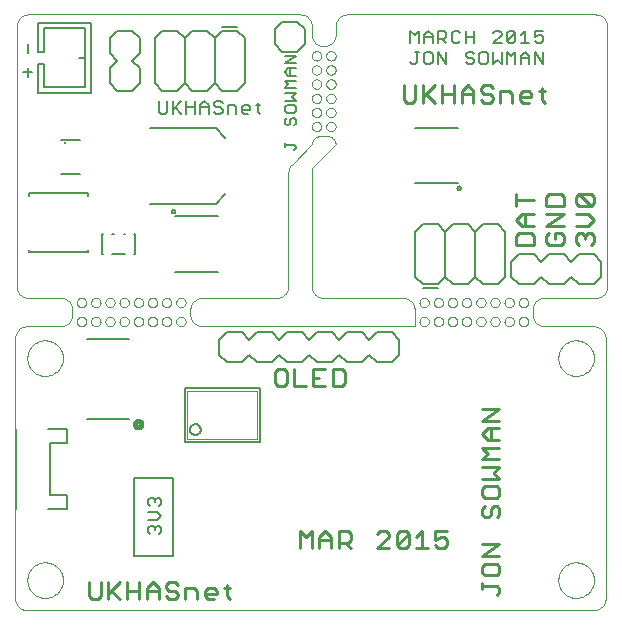
<source format=gto>
G75*
%MOIN*%
%OFA0B0*%
%FSLAX24Y24*%
%IPPOS*%
%LPD*%
%AMOC8*
5,1,8,0,0,1.08239X$1,22.5*
%
%ADD10C,0.0000*%
%ADD11C,0.0080*%
%ADD12C,0.0070*%
%ADD13C,0.0110*%
%ADD14C,0.0060*%
%ADD15C,0.0079*%
%ADD16C,0.0050*%
%ADD17C,0.0020*%
%ADD18C,0.0160*%
D10*
X003717Y001725D02*
X003717Y010398D01*
X003719Y010437D01*
X003725Y010475D01*
X003734Y010512D01*
X003747Y010549D01*
X003764Y010584D01*
X003783Y010617D01*
X003806Y010648D01*
X003832Y010677D01*
X003861Y010703D01*
X003892Y010726D01*
X003925Y010745D01*
X003960Y010762D01*
X003997Y010775D01*
X004034Y010784D01*
X004072Y010790D01*
X004111Y010792D01*
X005225Y010792D01*
X005225Y010791D02*
X005264Y010793D01*
X005302Y010799D01*
X005339Y010808D01*
X005376Y010821D01*
X005411Y010838D01*
X005444Y010857D01*
X005475Y010880D01*
X005504Y010906D01*
X005530Y010935D01*
X005553Y010966D01*
X005572Y010999D01*
X005589Y011034D01*
X005602Y011071D01*
X005611Y011108D01*
X005617Y011146D01*
X005619Y011185D01*
X005618Y011185D02*
X005618Y011264D01*
X005619Y011342D01*
X005776Y011579D02*
X005778Y011604D01*
X005784Y011628D01*
X005793Y011650D01*
X005806Y011671D01*
X005822Y011690D01*
X005841Y011706D01*
X005862Y011719D01*
X005884Y011728D01*
X005908Y011734D01*
X005933Y011736D01*
X005958Y011734D01*
X005982Y011728D01*
X006004Y011719D01*
X006025Y011706D01*
X006044Y011690D01*
X006060Y011671D01*
X006073Y011650D01*
X006082Y011628D01*
X006088Y011604D01*
X006090Y011579D01*
X006088Y011554D01*
X006082Y011530D01*
X006073Y011508D01*
X006060Y011487D01*
X006044Y011468D01*
X006025Y011452D01*
X006004Y011439D01*
X005982Y011430D01*
X005958Y011424D01*
X005933Y011422D01*
X005908Y011424D01*
X005884Y011430D01*
X005862Y011439D01*
X005841Y011452D01*
X005822Y011468D01*
X005806Y011487D01*
X005793Y011508D01*
X005784Y011530D01*
X005778Y011554D01*
X005776Y011579D01*
X005225Y011736D02*
X004161Y011736D01*
X004122Y011738D01*
X004084Y011744D01*
X004047Y011753D01*
X004010Y011766D01*
X003975Y011783D01*
X003942Y011802D01*
X003911Y011825D01*
X003882Y011851D01*
X003856Y011880D01*
X003833Y011911D01*
X003814Y011944D01*
X003797Y011979D01*
X003784Y012016D01*
X003775Y012053D01*
X003769Y012091D01*
X003767Y012130D01*
X003767Y020791D01*
X003769Y020830D01*
X003775Y020868D01*
X003784Y020905D01*
X003797Y020942D01*
X003814Y020977D01*
X003833Y021010D01*
X003856Y021041D01*
X003882Y021070D01*
X003911Y021096D01*
X003942Y021119D01*
X003975Y021138D01*
X004010Y021155D01*
X004047Y021168D01*
X004084Y021177D01*
X004122Y021183D01*
X004161Y021185D01*
X013216Y021185D01*
X013254Y021183D01*
X013293Y021177D01*
X013330Y021168D01*
X013366Y021155D01*
X013401Y021139D01*
X013435Y021119D01*
X013466Y021096D01*
X013494Y021070D01*
X013520Y021041D01*
X013543Y021010D01*
X013563Y020977D01*
X013580Y020942D01*
X013593Y020906D01*
X013602Y020869D01*
X013608Y020831D01*
X013610Y020792D01*
X013609Y020792D02*
X013610Y020515D01*
X013609Y020515D02*
X013611Y020476D01*
X013617Y020438D01*
X013626Y020401D01*
X013639Y020364D01*
X013656Y020330D01*
X013676Y020297D01*
X013699Y020266D01*
X013725Y020237D01*
X013753Y020211D01*
X013784Y020188D01*
X013818Y020168D01*
X013852Y020152D01*
X013889Y020139D01*
X013926Y020130D01*
X013964Y020124D01*
X014003Y020122D01*
X014004Y020122D01*
X013611Y019807D02*
X013613Y019832D01*
X013619Y019856D01*
X013628Y019878D01*
X013641Y019899D01*
X013657Y019918D01*
X013676Y019934D01*
X013697Y019947D01*
X013719Y019956D01*
X013743Y019962D01*
X013768Y019964D01*
X013793Y019962D01*
X013817Y019956D01*
X013839Y019947D01*
X013860Y019934D01*
X013879Y019918D01*
X013895Y019899D01*
X013908Y019878D01*
X013917Y019856D01*
X013923Y019832D01*
X013925Y019807D01*
X013923Y019782D01*
X013917Y019758D01*
X013908Y019736D01*
X013895Y019715D01*
X013879Y019696D01*
X013860Y019680D01*
X013839Y019667D01*
X013817Y019658D01*
X013793Y019652D01*
X013768Y019650D01*
X013743Y019652D01*
X013719Y019658D01*
X013697Y019667D01*
X013676Y019680D01*
X013657Y019696D01*
X013641Y019715D01*
X013628Y019736D01*
X013619Y019758D01*
X013613Y019782D01*
X013611Y019807D01*
X013611Y019335D02*
X013613Y019360D01*
X013619Y019384D01*
X013628Y019406D01*
X013641Y019427D01*
X013657Y019446D01*
X013676Y019462D01*
X013697Y019475D01*
X013719Y019484D01*
X013743Y019490D01*
X013768Y019492D01*
X013793Y019490D01*
X013817Y019484D01*
X013839Y019475D01*
X013860Y019462D01*
X013879Y019446D01*
X013895Y019427D01*
X013908Y019406D01*
X013917Y019384D01*
X013923Y019360D01*
X013925Y019335D01*
X013923Y019310D01*
X013917Y019286D01*
X013908Y019264D01*
X013895Y019243D01*
X013879Y019224D01*
X013860Y019208D01*
X013839Y019195D01*
X013817Y019186D01*
X013793Y019180D01*
X013768Y019178D01*
X013743Y019180D01*
X013719Y019186D01*
X013697Y019195D01*
X013676Y019208D01*
X013657Y019224D01*
X013641Y019243D01*
X013628Y019264D01*
X013619Y019286D01*
X013613Y019310D01*
X013611Y019335D01*
X013611Y018863D02*
X013613Y018888D01*
X013619Y018912D01*
X013628Y018934D01*
X013641Y018955D01*
X013657Y018974D01*
X013676Y018990D01*
X013697Y019003D01*
X013719Y019012D01*
X013743Y019018D01*
X013768Y019020D01*
X013793Y019018D01*
X013817Y019012D01*
X013839Y019003D01*
X013860Y018990D01*
X013879Y018974D01*
X013895Y018955D01*
X013908Y018934D01*
X013917Y018912D01*
X013923Y018888D01*
X013925Y018863D01*
X013923Y018838D01*
X013917Y018814D01*
X013908Y018792D01*
X013895Y018771D01*
X013879Y018752D01*
X013860Y018736D01*
X013839Y018723D01*
X013817Y018714D01*
X013793Y018708D01*
X013768Y018706D01*
X013743Y018708D01*
X013719Y018714D01*
X013697Y018723D01*
X013676Y018736D01*
X013657Y018752D01*
X013641Y018771D01*
X013628Y018792D01*
X013619Y018814D01*
X013613Y018838D01*
X013611Y018863D01*
X014084Y018863D02*
X014086Y018888D01*
X014092Y018912D01*
X014101Y018934D01*
X014114Y018955D01*
X014130Y018974D01*
X014149Y018990D01*
X014170Y019003D01*
X014192Y019012D01*
X014216Y019018D01*
X014241Y019020D01*
X014266Y019018D01*
X014290Y019012D01*
X014312Y019003D01*
X014333Y018990D01*
X014352Y018974D01*
X014368Y018955D01*
X014381Y018934D01*
X014390Y018912D01*
X014396Y018888D01*
X014398Y018863D01*
X014396Y018838D01*
X014390Y018814D01*
X014381Y018792D01*
X014368Y018771D01*
X014352Y018752D01*
X014333Y018736D01*
X014312Y018723D01*
X014290Y018714D01*
X014266Y018708D01*
X014241Y018706D01*
X014216Y018708D01*
X014192Y018714D01*
X014170Y018723D01*
X014149Y018736D01*
X014130Y018752D01*
X014114Y018771D01*
X014101Y018792D01*
X014092Y018814D01*
X014086Y018838D01*
X014084Y018863D01*
X014084Y019335D02*
X014086Y019360D01*
X014092Y019384D01*
X014101Y019406D01*
X014114Y019427D01*
X014130Y019446D01*
X014149Y019462D01*
X014170Y019475D01*
X014192Y019484D01*
X014216Y019490D01*
X014241Y019492D01*
X014266Y019490D01*
X014290Y019484D01*
X014312Y019475D01*
X014333Y019462D01*
X014352Y019446D01*
X014368Y019427D01*
X014381Y019406D01*
X014390Y019384D01*
X014396Y019360D01*
X014398Y019335D01*
X014396Y019310D01*
X014390Y019286D01*
X014381Y019264D01*
X014368Y019243D01*
X014352Y019224D01*
X014333Y019208D01*
X014312Y019195D01*
X014290Y019186D01*
X014266Y019180D01*
X014241Y019178D01*
X014216Y019180D01*
X014192Y019186D01*
X014170Y019195D01*
X014149Y019208D01*
X014130Y019224D01*
X014114Y019243D01*
X014101Y019264D01*
X014092Y019286D01*
X014086Y019310D01*
X014084Y019335D01*
X014084Y019807D02*
X014086Y019832D01*
X014092Y019856D01*
X014101Y019878D01*
X014114Y019899D01*
X014130Y019918D01*
X014149Y019934D01*
X014170Y019947D01*
X014192Y019956D01*
X014216Y019962D01*
X014241Y019964D01*
X014266Y019962D01*
X014290Y019956D01*
X014312Y019947D01*
X014333Y019934D01*
X014352Y019918D01*
X014368Y019899D01*
X014381Y019878D01*
X014390Y019856D01*
X014396Y019832D01*
X014398Y019807D01*
X014396Y019782D01*
X014390Y019758D01*
X014381Y019736D01*
X014368Y019715D01*
X014352Y019696D01*
X014333Y019680D01*
X014312Y019667D01*
X014290Y019658D01*
X014266Y019652D01*
X014241Y019650D01*
X014216Y019652D01*
X014192Y019658D01*
X014170Y019667D01*
X014149Y019680D01*
X014130Y019696D01*
X014114Y019715D01*
X014101Y019736D01*
X014092Y019758D01*
X014086Y019782D01*
X014084Y019807D01*
X014004Y020122D02*
X014043Y020124D01*
X014081Y020130D01*
X014118Y020139D01*
X014155Y020152D01*
X014190Y020169D01*
X014223Y020188D01*
X014254Y020211D01*
X014283Y020237D01*
X014309Y020266D01*
X014332Y020297D01*
X014351Y020330D01*
X014368Y020365D01*
X014381Y020402D01*
X014390Y020439D01*
X014396Y020477D01*
X014398Y020516D01*
X014398Y020792D01*
X014400Y020831D01*
X014406Y020869D01*
X014415Y020906D01*
X014428Y020943D01*
X014445Y020978D01*
X014464Y021011D01*
X014487Y021042D01*
X014513Y021071D01*
X014542Y021097D01*
X014573Y021120D01*
X014606Y021139D01*
X014641Y021156D01*
X014678Y021169D01*
X014715Y021178D01*
X014753Y021184D01*
X014792Y021186D01*
X014792Y021185D02*
X023059Y021185D01*
X023059Y021186D02*
X023098Y021184D01*
X023136Y021178D01*
X023173Y021169D01*
X023210Y021156D01*
X023245Y021139D01*
X023278Y021120D01*
X023309Y021097D01*
X023338Y021071D01*
X023364Y021042D01*
X023387Y021011D01*
X023406Y020978D01*
X023423Y020943D01*
X023436Y020906D01*
X023445Y020869D01*
X023451Y020831D01*
X023453Y020792D01*
X023453Y012130D01*
X023451Y012091D01*
X023445Y012053D01*
X023436Y012016D01*
X023423Y011979D01*
X023406Y011944D01*
X023387Y011911D01*
X023364Y011880D01*
X023338Y011851D01*
X023309Y011825D01*
X023278Y011802D01*
X023245Y011783D01*
X023210Y011766D01*
X023173Y011753D01*
X023136Y011744D01*
X023098Y011738D01*
X023059Y011736D01*
X023059Y011737D02*
X021367Y011737D01*
X021328Y011735D01*
X021290Y011729D01*
X021253Y011720D01*
X021216Y011707D01*
X021181Y011690D01*
X021148Y011671D01*
X021117Y011648D01*
X021088Y011622D01*
X021062Y011593D01*
X021039Y011562D01*
X021020Y011529D01*
X021003Y011494D01*
X020990Y011457D01*
X020981Y011420D01*
X020975Y011382D01*
X020973Y011343D01*
X020973Y011304D01*
X020973Y011185D01*
X020501Y010949D02*
X020503Y010974D01*
X020509Y010998D01*
X020518Y011020D01*
X020531Y011041D01*
X020547Y011060D01*
X020566Y011076D01*
X020587Y011089D01*
X020609Y011098D01*
X020633Y011104D01*
X020658Y011106D01*
X020683Y011104D01*
X020707Y011098D01*
X020729Y011089D01*
X020750Y011076D01*
X020769Y011060D01*
X020785Y011041D01*
X020798Y011020D01*
X020807Y010998D01*
X020813Y010974D01*
X020815Y010949D01*
X020813Y010924D01*
X020807Y010900D01*
X020798Y010878D01*
X020785Y010857D01*
X020769Y010838D01*
X020750Y010822D01*
X020729Y010809D01*
X020707Y010800D01*
X020683Y010794D01*
X020658Y010792D01*
X020633Y010794D01*
X020609Y010800D01*
X020587Y010809D01*
X020566Y010822D01*
X020547Y010838D01*
X020531Y010857D01*
X020518Y010878D01*
X020509Y010900D01*
X020503Y010924D01*
X020501Y010949D01*
X020028Y010949D02*
X020030Y010974D01*
X020036Y010998D01*
X020045Y011020D01*
X020058Y011041D01*
X020074Y011060D01*
X020093Y011076D01*
X020114Y011089D01*
X020136Y011098D01*
X020160Y011104D01*
X020185Y011106D01*
X020210Y011104D01*
X020234Y011098D01*
X020256Y011089D01*
X020277Y011076D01*
X020296Y011060D01*
X020312Y011041D01*
X020325Y011020D01*
X020334Y010998D01*
X020340Y010974D01*
X020342Y010949D01*
X020340Y010924D01*
X020334Y010900D01*
X020325Y010878D01*
X020312Y010857D01*
X020296Y010838D01*
X020277Y010822D01*
X020256Y010809D01*
X020234Y010800D01*
X020210Y010794D01*
X020185Y010792D01*
X020160Y010794D01*
X020136Y010800D01*
X020114Y010809D01*
X020093Y010822D01*
X020074Y010838D01*
X020058Y010857D01*
X020045Y010878D01*
X020036Y010900D01*
X020030Y010924D01*
X020028Y010949D01*
X019556Y010949D02*
X019558Y010974D01*
X019564Y010998D01*
X019573Y011020D01*
X019586Y011041D01*
X019602Y011060D01*
X019621Y011076D01*
X019642Y011089D01*
X019664Y011098D01*
X019688Y011104D01*
X019713Y011106D01*
X019738Y011104D01*
X019762Y011098D01*
X019784Y011089D01*
X019805Y011076D01*
X019824Y011060D01*
X019840Y011041D01*
X019853Y011020D01*
X019862Y010998D01*
X019868Y010974D01*
X019870Y010949D01*
X019868Y010924D01*
X019862Y010900D01*
X019853Y010878D01*
X019840Y010857D01*
X019824Y010838D01*
X019805Y010822D01*
X019784Y010809D01*
X019762Y010800D01*
X019738Y010794D01*
X019713Y010792D01*
X019688Y010794D01*
X019664Y010800D01*
X019642Y010809D01*
X019621Y010822D01*
X019602Y010838D01*
X019586Y010857D01*
X019573Y010878D01*
X019564Y010900D01*
X019558Y010924D01*
X019556Y010949D01*
X019084Y010949D02*
X019086Y010974D01*
X019092Y010998D01*
X019101Y011020D01*
X019114Y011041D01*
X019130Y011060D01*
X019149Y011076D01*
X019170Y011089D01*
X019192Y011098D01*
X019216Y011104D01*
X019241Y011106D01*
X019266Y011104D01*
X019290Y011098D01*
X019312Y011089D01*
X019333Y011076D01*
X019352Y011060D01*
X019368Y011041D01*
X019381Y011020D01*
X019390Y010998D01*
X019396Y010974D01*
X019398Y010949D01*
X019396Y010924D01*
X019390Y010900D01*
X019381Y010878D01*
X019368Y010857D01*
X019352Y010838D01*
X019333Y010822D01*
X019312Y010809D01*
X019290Y010800D01*
X019266Y010794D01*
X019241Y010792D01*
X019216Y010794D01*
X019192Y010800D01*
X019170Y010809D01*
X019149Y010822D01*
X019130Y010838D01*
X019114Y010857D01*
X019101Y010878D01*
X019092Y010900D01*
X019086Y010924D01*
X019084Y010949D01*
X018611Y010949D02*
X018613Y010974D01*
X018619Y010998D01*
X018628Y011020D01*
X018641Y011041D01*
X018657Y011060D01*
X018676Y011076D01*
X018697Y011089D01*
X018719Y011098D01*
X018743Y011104D01*
X018768Y011106D01*
X018793Y011104D01*
X018817Y011098D01*
X018839Y011089D01*
X018860Y011076D01*
X018879Y011060D01*
X018895Y011041D01*
X018908Y011020D01*
X018917Y010998D01*
X018923Y010974D01*
X018925Y010949D01*
X018923Y010924D01*
X018917Y010900D01*
X018908Y010878D01*
X018895Y010857D01*
X018879Y010838D01*
X018860Y010822D01*
X018839Y010809D01*
X018817Y010800D01*
X018793Y010794D01*
X018768Y010792D01*
X018743Y010794D01*
X018719Y010800D01*
X018697Y010809D01*
X018676Y010822D01*
X018657Y010838D01*
X018641Y010857D01*
X018628Y010878D01*
X018619Y010900D01*
X018613Y010924D01*
X018611Y010949D01*
X018139Y010949D02*
X018141Y010974D01*
X018147Y010998D01*
X018156Y011020D01*
X018169Y011041D01*
X018185Y011060D01*
X018204Y011076D01*
X018225Y011089D01*
X018247Y011098D01*
X018271Y011104D01*
X018296Y011106D01*
X018321Y011104D01*
X018345Y011098D01*
X018367Y011089D01*
X018388Y011076D01*
X018407Y011060D01*
X018423Y011041D01*
X018436Y011020D01*
X018445Y010998D01*
X018451Y010974D01*
X018453Y010949D01*
X018451Y010924D01*
X018445Y010900D01*
X018436Y010878D01*
X018423Y010857D01*
X018407Y010838D01*
X018388Y010822D01*
X018367Y010809D01*
X018345Y010800D01*
X018321Y010794D01*
X018296Y010792D01*
X018271Y010794D01*
X018247Y010800D01*
X018225Y010809D01*
X018204Y010822D01*
X018185Y010838D01*
X018169Y010857D01*
X018156Y010878D01*
X018147Y010900D01*
X018141Y010924D01*
X018139Y010949D01*
X017666Y010949D02*
X017668Y010974D01*
X017674Y010998D01*
X017683Y011020D01*
X017696Y011041D01*
X017712Y011060D01*
X017731Y011076D01*
X017752Y011089D01*
X017774Y011098D01*
X017798Y011104D01*
X017823Y011106D01*
X017848Y011104D01*
X017872Y011098D01*
X017894Y011089D01*
X017915Y011076D01*
X017934Y011060D01*
X017950Y011041D01*
X017963Y011020D01*
X017972Y010998D01*
X017978Y010974D01*
X017980Y010949D01*
X017978Y010924D01*
X017972Y010900D01*
X017963Y010878D01*
X017950Y010857D01*
X017934Y010838D01*
X017915Y010822D01*
X017894Y010809D01*
X017872Y010800D01*
X017848Y010794D01*
X017823Y010792D01*
X017798Y010794D01*
X017774Y010800D01*
X017752Y010809D01*
X017731Y010822D01*
X017712Y010838D01*
X017696Y010857D01*
X017683Y010878D01*
X017674Y010900D01*
X017668Y010924D01*
X017666Y010949D01*
X017194Y010949D02*
X017196Y010974D01*
X017202Y010998D01*
X017211Y011020D01*
X017224Y011041D01*
X017240Y011060D01*
X017259Y011076D01*
X017280Y011089D01*
X017302Y011098D01*
X017326Y011104D01*
X017351Y011106D01*
X017376Y011104D01*
X017400Y011098D01*
X017422Y011089D01*
X017443Y011076D01*
X017462Y011060D01*
X017478Y011041D01*
X017491Y011020D01*
X017500Y010998D01*
X017506Y010974D01*
X017508Y010949D01*
X017506Y010924D01*
X017500Y010900D01*
X017491Y010878D01*
X017478Y010857D01*
X017462Y010838D01*
X017443Y010822D01*
X017422Y010809D01*
X017400Y010800D01*
X017376Y010794D01*
X017351Y010792D01*
X017326Y010794D01*
X017302Y010800D01*
X017280Y010809D01*
X017259Y010822D01*
X017240Y010838D01*
X017224Y010857D01*
X017211Y010878D01*
X017202Y010900D01*
X017196Y010924D01*
X017194Y010949D01*
X017036Y010792D02*
X009949Y010792D01*
X009949Y010791D02*
X009910Y010793D01*
X009872Y010799D01*
X009835Y010808D01*
X009798Y010821D01*
X009763Y010838D01*
X009730Y010857D01*
X009699Y010880D01*
X009670Y010906D01*
X009644Y010935D01*
X009621Y010966D01*
X009602Y010999D01*
X009585Y011034D01*
X009572Y011071D01*
X009563Y011108D01*
X009557Y011146D01*
X009555Y011185D01*
X009555Y011225D01*
X009555Y011343D01*
X009084Y011579D02*
X009086Y011604D01*
X009092Y011628D01*
X009101Y011650D01*
X009114Y011671D01*
X009130Y011690D01*
X009149Y011706D01*
X009170Y011719D01*
X009192Y011728D01*
X009216Y011734D01*
X009241Y011736D01*
X009266Y011734D01*
X009290Y011728D01*
X009312Y011719D01*
X009333Y011706D01*
X009352Y011690D01*
X009368Y011671D01*
X009381Y011650D01*
X009390Y011628D01*
X009396Y011604D01*
X009398Y011579D01*
X009396Y011554D01*
X009390Y011530D01*
X009381Y011508D01*
X009368Y011487D01*
X009352Y011468D01*
X009333Y011452D01*
X009312Y011439D01*
X009290Y011430D01*
X009266Y011424D01*
X009241Y011422D01*
X009216Y011424D01*
X009192Y011430D01*
X009170Y011439D01*
X009149Y011452D01*
X009130Y011468D01*
X009114Y011487D01*
X009101Y011508D01*
X009092Y011530D01*
X009086Y011554D01*
X009084Y011579D01*
X008611Y011579D02*
X008613Y011604D01*
X008619Y011628D01*
X008628Y011650D01*
X008641Y011671D01*
X008657Y011690D01*
X008676Y011706D01*
X008697Y011719D01*
X008719Y011728D01*
X008743Y011734D01*
X008768Y011736D01*
X008793Y011734D01*
X008817Y011728D01*
X008839Y011719D01*
X008860Y011706D01*
X008879Y011690D01*
X008895Y011671D01*
X008908Y011650D01*
X008917Y011628D01*
X008923Y011604D01*
X008925Y011579D01*
X008923Y011554D01*
X008917Y011530D01*
X008908Y011508D01*
X008895Y011487D01*
X008879Y011468D01*
X008860Y011452D01*
X008839Y011439D01*
X008817Y011430D01*
X008793Y011424D01*
X008768Y011422D01*
X008743Y011424D01*
X008719Y011430D01*
X008697Y011439D01*
X008676Y011452D01*
X008657Y011468D01*
X008641Y011487D01*
X008628Y011508D01*
X008619Y011530D01*
X008613Y011554D01*
X008611Y011579D01*
X008139Y011579D02*
X008141Y011604D01*
X008147Y011628D01*
X008156Y011650D01*
X008169Y011671D01*
X008185Y011690D01*
X008204Y011706D01*
X008225Y011719D01*
X008247Y011728D01*
X008271Y011734D01*
X008296Y011736D01*
X008321Y011734D01*
X008345Y011728D01*
X008367Y011719D01*
X008388Y011706D01*
X008407Y011690D01*
X008423Y011671D01*
X008436Y011650D01*
X008445Y011628D01*
X008451Y011604D01*
X008453Y011579D01*
X008451Y011554D01*
X008445Y011530D01*
X008436Y011508D01*
X008423Y011487D01*
X008407Y011468D01*
X008388Y011452D01*
X008367Y011439D01*
X008345Y011430D01*
X008321Y011424D01*
X008296Y011422D01*
X008271Y011424D01*
X008247Y011430D01*
X008225Y011439D01*
X008204Y011452D01*
X008185Y011468D01*
X008169Y011487D01*
X008156Y011508D01*
X008147Y011530D01*
X008141Y011554D01*
X008139Y011579D01*
X007666Y011579D02*
X007668Y011604D01*
X007674Y011628D01*
X007683Y011650D01*
X007696Y011671D01*
X007712Y011690D01*
X007731Y011706D01*
X007752Y011719D01*
X007774Y011728D01*
X007798Y011734D01*
X007823Y011736D01*
X007848Y011734D01*
X007872Y011728D01*
X007894Y011719D01*
X007915Y011706D01*
X007934Y011690D01*
X007950Y011671D01*
X007963Y011650D01*
X007972Y011628D01*
X007978Y011604D01*
X007980Y011579D01*
X007978Y011554D01*
X007972Y011530D01*
X007963Y011508D01*
X007950Y011487D01*
X007934Y011468D01*
X007915Y011452D01*
X007894Y011439D01*
X007872Y011430D01*
X007848Y011424D01*
X007823Y011422D01*
X007798Y011424D01*
X007774Y011430D01*
X007752Y011439D01*
X007731Y011452D01*
X007712Y011468D01*
X007696Y011487D01*
X007683Y011508D01*
X007674Y011530D01*
X007668Y011554D01*
X007666Y011579D01*
X007194Y011579D02*
X007196Y011604D01*
X007202Y011628D01*
X007211Y011650D01*
X007224Y011671D01*
X007240Y011690D01*
X007259Y011706D01*
X007280Y011719D01*
X007302Y011728D01*
X007326Y011734D01*
X007351Y011736D01*
X007376Y011734D01*
X007400Y011728D01*
X007422Y011719D01*
X007443Y011706D01*
X007462Y011690D01*
X007478Y011671D01*
X007491Y011650D01*
X007500Y011628D01*
X007506Y011604D01*
X007508Y011579D01*
X007506Y011554D01*
X007500Y011530D01*
X007491Y011508D01*
X007478Y011487D01*
X007462Y011468D01*
X007443Y011452D01*
X007422Y011439D01*
X007400Y011430D01*
X007376Y011424D01*
X007351Y011422D01*
X007326Y011424D01*
X007302Y011430D01*
X007280Y011439D01*
X007259Y011452D01*
X007240Y011468D01*
X007224Y011487D01*
X007211Y011508D01*
X007202Y011530D01*
X007196Y011554D01*
X007194Y011579D01*
X006721Y011579D02*
X006723Y011604D01*
X006729Y011628D01*
X006738Y011650D01*
X006751Y011671D01*
X006767Y011690D01*
X006786Y011706D01*
X006807Y011719D01*
X006829Y011728D01*
X006853Y011734D01*
X006878Y011736D01*
X006903Y011734D01*
X006927Y011728D01*
X006949Y011719D01*
X006970Y011706D01*
X006989Y011690D01*
X007005Y011671D01*
X007018Y011650D01*
X007027Y011628D01*
X007033Y011604D01*
X007035Y011579D01*
X007033Y011554D01*
X007027Y011530D01*
X007018Y011508D01*
X007005Y011487D01*
X006989Y011468D01*
X006970Y011452D01*
X006949Y011439D01*
X006927Y011430D01*
X006903Y011424D01*
X006878Y011422D01*
X006853Y011424D01*
X006829Y011430D01*
X006807Y011439D01*
X006786Y011452D01*
X006767Y011468D01*
X006751Y011487D01*
X006738Y011508D01*
X006729Y011530D01*
X006723Y011554D01*
X006721Y011579D01*
X006249Y011579D02*
X006251Y011604D01*
X006257Y011628D01*
X006266Y011650D01*
X006279Y011671D01*
X006295Y011690D01*
X006314Y011706D01*
X006335Y011719D01*
X006357Y011728D01*
X006381Y011734D01*
X006406Y011736D01*
X006431Y011734D01*
X006455Y011728D01*
X006477Y011719D01*
X006498Y011706D01*
X006517Y011690D01*
X006533Y011671D01*
X006546Y011650D01*
X006555Y011628D01*
X006561Y011604D01*
X006563Y011579D01*
X006561Y011554D01*
X006555Y011530D01*
X006546Y011508D01*
X006533Y011487D01*
X006517Y011468D01*
X006498Y011452D01*
X006477Y011439D01*
X006455Y011430D01*
X006431Y011424D01*
X006406Y011422D01*
X006381Y011424D01*
X006357Y011430D01*
X006335Y011439D01*
X006314Y011452D01*
X006295Y011468D01*
X006279Y011487D01*
X006266Y011508D01*
X006257Y011530D01*
X006251Y011554D01*
X006249Y011579D01*
X006249Y010949D02*
X006251Y010974D01*
X006257Y010998D01*
X006266Y011020D01*
X006279Y011041D01*
X006295Y011060D01*
X006314Y011076D01*
X006335Y011089D01*
X006357Y011098D01*
X006381Y011104D01*
X006406Y011106D01*
X006431Y011104D01*
X006455Y011098D01*
X006477Y011089D01*
X006498Y011076D01*
X006517Y011060D01*
X006533Y011041D01*
X006546Y011020D01*
X006555Y010998D01*
X006561Y010974D01*
X006563Y010949D01*
X006561Y010924D01*
X006555Y010900D01*
X006546Y010878D01*
X006533Y010857D01*
X006517Y010838D01*
X006498Y010822D01*
X006477Y010809D01*
X006455Y010800D01*
X006431Y010794D01*
X006406Y010792D01*
X006381Y010794D01*
X006357Y010800D01*
X006335Y010809D01*
X006314Y010822D01*
X006295Y010838D01*
X006279Y010857D01*
X006266Y010878D01*
X006257Y010900D01*
X006251Y010924D01*
X006249Y010949D01*
X005776Y010949D02*
X005778Y010974D01*
X005784Y010998D01*
X005793Y011020D01*
X005806Y011041D01*
X005822Y011060D01*
X005841Y011076D01*
X005862Y011089D01*
X005884Y011098D01*
X005908Y011104D01*
X005933Y011106D01*
X005958Y011104D01*
X005982Y011098D01*
X006004Y011089D01*
X006025Y011076D01*
X006044Y011060D01*
X006060Y011041D01*
X006073Y011020D01*
X006082Y010998D01*
X006088Y010974D01*
X006090Y010949D01*
X006088Y010924D01*
X006082Y010900D01*
X006073Y010878D01*
X006060Y010857D01*
X006044Y010838D01*
X006025Y010822D01*
X006004Y010809D01*
X005982Y010800D01*
X005958Y010794D01*
X005933Y010792D01*
X005908Y010794D01*
X005884Y010800D01*
X005862Y010809D01*
X005841Y010822D01*
X005822Y010838D01*
X005806Y010857D01*
X005793Y010878D01*
X005784Y010900D01*
X005778Y010924D01*
X005776Y010949D01*
X005619Y011343D02*
X005617Y011381D01*
X005611Y011420D01*
X005602Y011457D01*
X005589Y011494D01*
X005573Y011529D01*
X005553Y011562D01*
X005530Y011593D01*
X005504Y011622D01*
X005475Y011648D01*
X005444Y011671D01*
X005411Y011690D01*
X005376Y011707D01*
X005339Y011720D01*
X005302Y011729D01*
X005264Y011735D01*
X005225Y011737D01*
X006721Y010949D02*
X006723Y010974D01*
X006729Y010998D01*
X006738Y011020D01*
X006751Y011041D01*
X006767Y011060D01*
X006786Y011076D01*
X006807Y011089D01*
X006829Y011098D01*
X006853Y011104D01*
X006878Y011106D01*
X006903Y011104D01*
X006927Y011098D01*
X006949Y011089D01*
X006970Y011076D01*
X006989Y011060D01*
X007005Y011041D01*
X007018Y011020D01*
X007027Y010998D01*
X007033Y010974D01*
X007035Y010949D01*
X007033Y010924D01*
X007027Y010900D01*
X007018Y010878D01*
X007005Y010857D01*
X006989Y010838D01*
X006970Y010822D01*
X006949Y010809D01*
X006927Y010800D01*
X006903Y010794D01*
X006878Y010792D01*
X006853Y010794D01*
X006829Y010800D01*
X006807Y010809D01*
X006786Y010822D01*
X006767Y010838D01*
X006751Y010857D01*
X006738Y010878D01*
X006729Y010900D01*
X006723Y010924D01*
X006721Y010949D01*
X007194Y010949D02*
X007196Y010974D01*
X007202Y010998D01*
X007211Y011020D01*
X007224Y011041D01*
X007240Y011060D01*
X007259Y011076D01*
X007280Y011089D01*
X007302Y011098D01*
X007326Y011104D01*
X007351Y011106D01*
X007376Y011104D01*
X007400Y011098D01*
X007422Y011089D01*
X007443Y011076D01*
X007462Y011060D01*
X007478Y011041D01*
X007491Y011020D01*
X007500Y010998D01*
X007506Y010974D01*
X007508Y010949D01*
X007506Y010924D01*
X007500Y010900D01*
X007491Y010878D01*
X007478Y010857D01*
X007462Y010838D01*
X007443Y010822D01*
X007422Y010809D01*
X007400Y010800D01*
X007376Y010794D01*
X007351Y010792D01*
X007326Y010794D01*
X007302Y010800D01*
X007280Y010809D01*
X007259Y010822D01*
X007240Y010838D01*
X007224Y010857D01*
X007211Y010878D01*
X007202Y010900D01*
X007196Y010924D01*
X007194Y010949D01*
X007666Y010949D02*
X007668Y010974D01*
X007674Y010998D01*
X007683Y011020D01*
X007696Y011041D01*
X007712Y011060D01*
X007731Y011076D01*
X007752Y011089D01*
X007774Y011098D01*
X007798Y011104D01*
X007823Y011106D01*
X007848Y011104D01*
X007872Y011098D01*
X007894Y011089D01*
X007915Y011076D01*
X007934Y011060D01*
X007950Y011041D01*
X007963Y011020D01*
X007972Y010998D01*
X007978Y010974D01*
X007980Y010949D01*
X007978Y010924D01*
X007972Y010900D01*
X007963Y010878D01*
X007950Y010857D01*
X007934Y010838D01*
X007915Y010822D01*
X007894Y010809D01*
X007872Y010800D01*
X007848Y010794D01*
X007823Y010792D01*
X007798Y010794D01*
X007774Y010800D01*
X007752Y010809D01*
X007731Y010822D01*
X007712Y010838D01*
X007696Y010857D01*
X007683Y010878D01*
X007674Y010900D01*
X007668Y010924D01*
X007666Y010949D01*
X008139Y010949D02*
X008141Y010974D01*
X008147Y010998D01*
X008156Y011020D01*
X008169Y011041D01*
X008185Y011060D01*
X008204Y011076D01*
X008225Y011089D01*
X008247Y011098D01*
X008271Y011104D01*
X008296Y011106D01*
X008321Y011104D01*
X008345Y011098D01*
X008367Y011089D01*
X008388Y011076D01*
X008407Y011060D01*
X008423Y011041D01*
X008436Y011020D01*
X008445Y010998D01*
X008451Y010974D01*
X008453Y010949D01*
X008451Y010924D01*
X008445Y010900D01*
X008436Y010878D01*
X008423Y010857D01*
X008407Y010838D01*
X008388Y010822D01*
X008367Y010809D01*
X008345Y010800D01*
X008321Y010794D01*
X008296Y010792D01*
X008271Y010794D01*
X008247Y010800D01*
X008225Y010809D01*
X008204Y010822D01*
X008185Y010838D01*
X008169Y010857D01*
X008156Y010878D01*
X008147Y010900D01*
X008141Y010924D01*
X008139Y010949D01*
X008611Y010949D02*
X008613Y010974D01*
X008619Y010998D01*
X008628Y011020D01*
X008641Y011041D01*
X008657Y011060D01*
X008676Y011076D01*
X008697Y011089D01*
X008719Y011098D01*
X008743Y011104D01*
X008768Y011106D01*
X008793Y011104D01*
X008817Y011098D01*
X008839Y011089D01*
X008860Y011076D01*
X008879Y011060D01*
X008895Y011041D01*
X008908Y011020D01*
X008917Y010998D01*
X008923Y010974D01*
X008925Y010949D01*
X008923Y010924D01*
X008917Y010900D01*
X008908Y010878D01*
X008895Y010857D01*
X008879Y010838D01*
X008860Y010822D01*
X008839Y010809D01*
X008817Y010800D01*
X008793Y010794D01*
X008768Y010792D01*
X008743Y010794D01*
X008719Y010800D01*
X008697Y010809D01*
X008676Y010822D01*
X008657Y010838D01*
X008641Y010857D01*
X008628Y010878D01*
X008619Y010900D01*
X008613Y010924D01*
X008611Y010949D01*
X009084Y010949D02*
X009086Y010974D01*
X009092Y010998D01*
X009101Y011020D01*
X009114Y011041D01*
X009130Y011060D01*
X009149Y011076D01*
X009170Y011089D01*
X009192Y011098D01*
X009216Y011104D01*
X009241Y011106D01*
X009266Y011104D01*
X009290Y011098D01*
X009312Y011089D01*
X009333Y011076D01*
X009352Y011060D01*
X009368Y011041D01*
X009381Y011020D01*
X009390Y010998D01*
X009396Y010974D01*
X009398Y010949D01*
X009396Y010924D01*
X009390Y010900D01*
X009381Y010878D01*
X009368Y010857D01*
X009352Y010838D01*
X009333Y010822D01*
X009312Y010809D01*
X009290Y010800D01*
X009266Y010794D01*
X009241Y010792D01*
X009216Y010794D01*
X009192Y010800D01*
X009170Y010809D01*
X009149Y010822D01*
X009130Y010838D01*
X009114Y010857D01*
X009101Y010878D01*
X009092Y010900D01*
X009086Y010924D01*
X009084Y010949D01*
X009555Y011343D02*
X009557Y011382D01*
X009563Y011420D01*
X009572Y011457D01*
X009585Y011494D01*
X009602Y011529D01*
X009621Y011562D01*
X009644Y011593D01*
X009670Y011622D01*
X009699Y011648D01*
X009730Y011671D01*
X009763Y011690D01*
X009798Y011707D01*
X009835Y011720D01*
X009872Y011729D01*
X009910Y011735D01*
X009949Y011737D01*
X012428Y011736D01*
X012467Y011738D01*
X012505Y011744D01*
X012542Y011754D01*
X012579Y011767D01*
X012613Y011783D01*
X012647Y011803D01*
X012677Y011826D01*
X012706Y011852D01*
X012732Y011881D01*
X012755Y011911D01*
X012775Y011944D01*
X012791Y011979D01*
X012804Y012016D01*
X012814Y012053D01*
X012820Y012091D01*
X012822Y012129D01*
X012822Y012130D02*
X012822Y015904D01*
X012824Y015943D01*
X012830Y015981D01*
X012839Y016018D01*
X012852Y016055D01*
X012869Y016090D01*
X012888Y016123D01*
X012911Y016154D01*
X012937Y016183D01*
X012937Y016182D02*
X013609Y016854D01*
X013610Y016854D02*
X013612Y016885D01*
X013617Y016916D01*
X013626Y016945D01*
X013638Y016974D01*
X013653Y017001D01*
X013671Y017026D01*
X013692Y017049D01*
X013715Y017070D01*
X013740Y017088D01*
X013767Y017103D01*
X013796Y017115D01*
X013826Y017123D01*
X013856Y017128D01*
X013887Y017130D01*
X014004Y017130D01*
X014122Y017130D01*
X014122Y017131D02*
X014153Y017129D01*
X014183Y017124D01*
X014213Y017116D01*
X014242Y017104D01*
X014269Y017089D01*
X014294Y017071D01*
X014317Y017050D01*
X014338Y017027D01*
X014356Y017002D01*
X014371Y016975D01*
X014383Y016946D01*
X014391Y016916D01*
X014396Y016886D01*
X014398Y016855D01*
X013611Y016067D01*
X013611Y012130D01*
X013610Y012130D02*
X013612Y012091D01*
X013618Y012053D01*
X013627Y012016D01*
X013640Y011979D01*
X013657Y011944D01*
X013676Y011911D01*
X013699Y011880D01*
X013725Y011851D01*
X013754Y011825D01*
X013785Y011802D01*
X013818Y011783D01*
X013853Y011766D01*
X013890Y011753D01*
X013927Y011744D01*
X013965Y011738D01*
X014004Y011736D01*
X014004Y011737D02*
X016642Y011737D01*
X016681Y011735D01*
X016719Y011729D01*
X016756Y011720D01*
X016793Y011707D01*
X016828Y011690D01*
X016861Y011671D01*
X016892Y011648D01*
X016921Y011622D01*
X016947Y011593D01*
X016970Y011562D01*
X016989Y011529D01*
X017006Y011494D01*
X017019Y011457D01*
X017028Y011420D01*
X017034Y011382D01*
X017036Y011343D01*
X017036Y011304D01*
X017036Y011225D01*
X017036Y010792D01*
X017194Y011579D02*
X017196Y011604D01*
X017202Y011628D01*
X017211Y011650D01*
X017224Y011671D01*
X017240Y011690D01*
X017259Y011706D01*
X017280Y011719D01*
X017302Y011728D01*
X017326Y011734D01*
X017351Y011736D01*
X017376Y011734D01*
X017400Y011728D01*
X017422Y011719D01*
X017443Y011706D01*
X017462Y011690D01*
X017478Y011671D01*
X017491Y011650D01*
X017500Y011628D01*
X017506Y011604D01*
X017508Y011579D01*
X017506Y011554D01*
X017500Y011530D01*
X017491Y011508D01*
X017478Y011487D01*
X017462Y011468D01*
X017443Y011452D01*
X017422Y011439D01*
X017400Y011430D01*
X017376Y011424D01*
X017351Y011422D01*
X017326Y011424D01*
X017302Y011430D01*
X017280Y011439D01*
X017259Y011452D01*
X017240Y011468D01*
X017224Y011487D01*
X017211Y011508D01*
X017202Y011530D01*
X017196Y011554D01*
X017194Y011579D01*
X017666Y011579D02*
X017668Y011604D01*
X017674Y011628D01*
X017683Y011650D01*
X017696Y011671D01*
X017712Y011690D01*
X017731Y011706D01*
X017752Y011719D01*
X017774Y011728D01*
X017798Y011734D01*
X017823Y011736D01*
X017848Y011734D01*
X017872Y011728D01*
X017894Y011719D01*
X017915Y011706D01*
X017934Y011690D01*
X017950Y011671D01*
X017963Y011650D01*
X017972Y011628D01*
X017978Y011604D01*
X017980Y011579D01*
X017978Y011554D01*
X017972Y011530D01*
X017963Y011508D01*
X017950Y011487D01*
X017934Y011468D01*
X017915Y011452D01*
X017894Y011439D01*
X017872Y011430D01*
X017848Y011424D01*
X017823Y011422D01*
X017798Y011424D01*
X017774Y011430D01*
X017752Y011439D01*
X017731Y011452D01*
X017712Y011468D01*
X017696Y011487D01*
X017683Y011508D01*
X017674Y011530D01*
X017668Y011554D01*
X017666Y011579D01*
X018139Y011579D02*
X018141Y011604D01*
X018147Y011628D01*
X018156Y011650D01*
X018169Y011671D01*
X018185Y011690D01*
X018204Y011706D01*
X018225Y011719D01*
X018247Y011728D01*
X018271Y011734D01*
X018296Y011736D01*
X018321Y011734D01*
X018345Y011728D01*
X018367Y011719D01*
X018388Y011706D01*
X018407Y011690D01*
X018423Y011671D01*
X018436Y011650D01*
X018445Y011628D01*
X018451Y011604D01*
X018453Y011579D01*
X018451Y011554D01*
X018445Y011530D01*
X018436Y011508D01*
X018423Y011487D01*
X018407Y011468D01*
X018388Y011452D01*
X018367Y011439D01*
X018345Y011430D01*
X018321Y011424D01*
X018296Y011422D01*
X018271Y011424D01*
X018247Y011430D01*
X018225Y011439D01*
X018204Y011452D01*
X018185Y011468D01*
X018169Y011487D01*
X018156Y011508D01*
X018147Y011530D01*
X018141Y011554D01*
X018139Y011579D01*
X018611Y011579D02*
X018613Y011604D01*
X018619Y011628D01*
X018628Y011650D01*
X018641Y011671D01*
X018657Y011690D01*
X018676Y011706D01*
X018697Y011719D01*
X018719Y011728D01*
X018743Y011734D01*
X018768Y011736D01*
X018793Y011734D01*
X018817Y011728D01*
X018839Y011719D01*
X018860Y011706D01*
X018879Y011690D01*
X018895Y011671D01*
X018908Y011650D01*
X018917Y011628D01*
X018923Y011604D01*
X018925Y011579D01*
X018923Y011554D01*
X018917Y011530D01*
X018908Y011508D01*
X018895Y011487D01*
X018879Y011468D01*
X018860Y011452D01*
X018839Y011439D01*
X018817Y011430D01*
X018793Y011424D01*
X018768Y011422D01*
X018743Y011424D01*
X018719Y011430D01*
X018697Y011439D01*
X018676Y011452D01*
X018657Y011468D01*
X018641Y011487D01*
X018628Y011508D01*
X018619Y011530D01*
X018613Y011554D01*
X018611Y011579D01*
X019084Y011579D02*
X019086Y011604D01*
X019092Y011628D01*
X019101Y011650D01*
X019114Y011671D01*
X019130Y011690D01*
X019149Y011706D01*
X019170Y011719D01*
X019192Y011728D01*
X019216Y011734D01*
X019241Y011736D01*
X019266Y011734D01*
X019290Y011728D01*
X019312Y011719D01*
X019333Y011706D01*
X019352Y011690D01*
X019368Y011671D01*
X019381Y011650D01*
X019390Y011628D01*
X019396Y011604D01*
X019398Y011579D01*
X019396Y011554D01*
X019390Y011530D01*
X019381Y011508D01*
X019368Y011487D01*
X019352Y011468D01*
X019333Y011452D01*
X019312Y011439D01*
X019290Y011430D01*
X019266Y011424D01*
X019241Y011422D01*
X019216Y011424D01*
X019192Y011430D01*
X019170Y011439D01*
X019149Y011452D01*
X019130Y011468D01*
X019114Y011487D01*
X019101Y011508D01*
X019092Y011530D01*
X019086Y011554D01*
X019084Y011579D01*
X019556Y011579D02*
X019558Y011604D01*
X019564Y011628D01*
X019573Y011650D01*
X019586Y011671D01*
X019602Y011690D01*
X019621Y011706D01*
X019642Y011719D01*
X019664Y011728D01*
X019688Y011734D01*
X019713Y011736D01*
X019738Y011734D01*
X019762Y011728D01*
X019784Y011719D01*
X019805Y011706D01*
X019824Y011690D01*
X019840Y011671D01*
X019853Y011650D01*
X019862Y011628D01*
X019868Y011604D01*
X019870Y011579D01*
X019868Y011554D01*
X019862Y011530D01*
X019853Y011508D01*
X019840Y011487D01*
X019824Y011468D01*
X019805Y011452D01*
X019784Y011439D01*
X019762Y011430D01*
X019738Y011424D01*
X019713Y011422D01*
X019688Y011424D01*
X019664Y011430D01*
X019642Y011439D01*
X019621Y011452D01*
X019602Y011468D01*
X019586Y011487D01*
X019573Y011508D01*
X019564Y011530D01*
X019558Y011554D01*
X019556Y011579D01*
X020028Y011579D02*
X020030Y011604D01*
X020036Y011628D01*
X020045Y011650D01*
X020058Y011671D01*
X020074Y011690D01*
X020093Y011706D01*
X020114Y011719D01*
X020136Y011728D01*
X020160Y011734D01*
X020185Y011736D01*
X020210Y011734D01*
X020234Y011728D01*
X020256Y011719D01*
X020277Y011706D01*
X020296Y011690D01*
X020312Y011671D01*
X020325Y011650D01*
X020334Y011628D01*
X020340Y011604D01*
X020342Y011579D01*
X020340Y011554D01*
X020334Y011530D01*
X020325Y011508D01*
X020312Y011487D01*
X020296Y011468D01*
X020277Y011452D01*
X020256Y011439D01*
X020234Y011430D01*
X020210Y011424D01*
X020185Y011422D01*
X020160Y011424D01*
X020136Y011430D01*
X020114Y011439D01*
X020093Y011452D01*
X020074Y011468D01*
X020058Y011487D01*
X020045Y011508D01*
X020036Y011530D01*
X020030Y011554D01*
X020028Y011579D01*
X020501Y011579D02*
X020503Y011604D01*
X020509Y011628D01*
X020518Y011650D01*
X020531Y011671D01*
X020547Y011690D01*
X020566Y011706D01*
X020587Y011719D01*
X020609Y011728D01*
X020633Y011734D01*
X020658Y011736D01*
X020683Y011734D01*
X020707Y011728D01*
X020729Y011719D01*
X020750Y011706D01*
X020769Y011690D01*
X020785Y011671D01*
X020798Y011650D01*
X020807Y011628D01*
X020813Y011604D01*
X020815Y011579D01*
X020813Y011554D01*
X020807Y011530D01*
X020798Y011508D01*
X020785Y011487D01*
X020769Y011468D01*
X020750Y011452D01*
X020729Y011439D01*
X020707Y011430D01*
X020683Y011424D01*
X020658Y011422D01*
X020633Y011424D01*
X020609Y011430D01*
X020587Y011439D01*
X020566Y011452D01*
X020547Y011468D01*
X020531Y011487D01*
X020518Y011508D01*
X020509Y011530D01*
X020503Y011554D01*
X020501Y011579D01*
X020973Y011185D02*
X020975Y011146D01*
X020981Y011108D01*
X020990Y011071D01*
X021003Y011034D01*
X021020Y010999D01*
X021039Y010966D01*
X021062Y010935D01*
X021088Y010906D01*
X021117Y010880D01*
X021148Y010857D01*
X021181Y010838D01*
X021216Y010821D01*
X021253Y010808D01*
X021290Y010799D01*
X021328Y010793D01*
X021367Y010791D01*
X021367Y010792D02*
X023008Y010792D01*
X023047Y010790D01*
X023085Y010784D01*
X023122Y010775D01*
X023159Y010762D01*
X023194Y010745D01*
X023227Y010726D01*
X023258Y010703D01*
X023287Y010677D01*
X023313Y010648D01*
X023336Y010617D01*
X023355Y010584D01*
X023372Y010549D01*
X023385Y010512D01*
X023394Y010475D01*
X023400Y010437D01*
X023402Y010398D01*
X023402Y001725D01*
X023400Y001686D01*
X023394Y001648D01*
X023385Y001611D01*
X023372Y001574D01*
X023355Y001539D01*
X023336Y001506D01*
X023313Y001475D01*
X023287Y001446D01*
X023258Y001420D01*
X023227Y001397D01*
X023194Y001378D01*
X023159Y001361D01*
X023122Y001348D01*
X023085Y001339D01*
X023047Y001333D01*
X023008Y001331D01*
X004111Y001331D01*
X004072Y001333D01*
X004034Y001339D01*
X003997Y001348D01*
X003960Y001361D01*
X003925Y001378D01*
X003892Y001397D01*
X003861Y001420D01*
X003832Y001446D01*
X003806Y001475D01*
X003783Y001506D01*
X003764Y001539D01*
X003747Y001574D01*
X003734Y001611D01*
X003725Y001648D01*
X003719Y001686D01*
X003717Y001725D01*
X004126Y002331D02*
X004128Y002379D01*
X004134Y002427D01*
X004144Y002474D01*
X004157Y002520D01*
X004175Y002565D01*
X004195Y002609D01*
X004220Y002651D01*
X004248Y002690D01*
X004278Y002727D01*
X004312Y002761D01*
X004349Y002793D01*
X004387Y002822D01*
X004428Y002847D01*
X004471Y002869D01*
X004516Y002887D01*
X004562Y002901D01*
X004609Y002912D01*
X004657Y002919D01*
X004705Y002922D01*
X004753Y002921D01*
X004801Y002916D01*
X004849Y002907D01*
X004895Y002895D01*
X004940Y002878D01*
X004984Y002858D01*
X005026Y002835D01*
X005066Y002808D01*
X005104Y002778D01*
X005139Y002745D01*
X005171Y002709D01*
X005201Y002671D01*
X005227Y002630D01*
X005249Y002587D01*
X005269Y002543D01*
X005284Y002498D01*
X005296Y002451D01*
X005304Y002403D01*
X005308Y002355D01*
X005308Y002307D01*
X005304Y002259D01*
X005296Y002211D01*
X005284Y002164D01*
X005269Y002119D01*
X005249Y002075D01*
X005227Y002032D01*
X005201Y001991D01*
X005171Y001953D01*
X005139Y001917D01*
X005104Y001884D01*
X005066Y001854D01*
X005026Y001827D01*
X004984Y001804D01*
X004940Y001784D01*
X004895Y001767D01*
X004849Y001755D01*
X004801Y001746D01*
X004753Y001741D01*
X004705Y001740D01*
X004657Y001743D01*
X004609Y001750D01*
X004562Y001761D01*
X004516Y001775D01*
X004471Y001793D01*
X004428Y001815D01*
X004387Y001840D01*
X004349Y001869D01*
X004312Y001901D01*
X004278Y001935D01*
X004248Y001972D01*
X004220Y002011D01*
X004195Y002053D01*
X004175Y002097D01*
X004157Y002142D01*
X004144Y002188D01*
X004134Y002235D01*
X004128Y002283D01*
X004126Y002331D01*
X004126Y009731D02*
X004128Y009779D01*
X004134Y009827D01*
X004144Y009874D01*
X004157Y009920D01*
X004175Y009965D01*
X004195Y010009D01*
X004220Y010051D01*
X004248Y010090D01*
X004278Y010127D01*
X004312Y010161D01*
X004349Y010193D01*
X004387Y010222D01*
X004428Y010247D01*
X004471Y010269D01*
X004516Y010287D01*
X004562Y010301D01*
X004609Y010312D01*
X004657Y010319D01*
X004705Y010322D01*
X004753Y010321D01*
X004801Y010316D01*
X004849Y010307D01*
X004895Y010295D01*
X004940Y010278D01*
X004984Y010258D01*
X005026Y010235D01*
X005066Y010208D01*
X005104Y010178D01*
X005139Y010145D01*
X005171Y010109D01*
X005201Y010071D01*
X005227Y010030D01*
X005249Y009987D01*
X005269Y009943D01*
X005284Y009898D01*
X005296Y009851D01*
X005304Y009803D01*
X005308Y009755D01*
X005308Y009707D01*
X005304Y009659D01*
X005296Y009611D01*
X005284Y009564D01*
X005269Y009519D01*
X005249Y009475D01*
X005227Y009432D01*
X005201Y009391D01*
X005171Y009353D01*
X005139Y009317D01*
X005104Y009284D01*
X005066Y009254D01*
X005026Y009227D01*
X004984Y009204D01*
X004940Y009184D01*
X004895Y009167D01*
X004849Y009155D01*
X004801Y009146D01*
X004753Y009141D01*
X004705Y009140D01*
X004657Y009143D01*
X004609Y009150D01*
X004562Y009161D01*
X004516Y009175D01*
X004471Y009193D01*
X004428Y009215D01*
X004387Y009240D01*
X004349Y009269D01*
X004312Y009301D01*
X004278Y009335D01*
X004248Y009372D01*
X004220Y009411D01*
X004195Y009453D01*
X004175Y009497D01*
X004157Y009542D01*
X004144Y009588D01*
X004134Y009635D01*
X004128Y009683D01*
X004126Y009731D01*
X013611Y017445D02*
X013613Y017470D01*
X013619Y017494D01*
X013628Y017516D01*
X013641Y017537D01*
X013657Y017556D01*
X013676Y017572D01*
X013697Y017585D01*
X013719Y017594D01*
X013743Y017600D01*
X013768Y017602D01*
X013793Y017600D01*
X013817Y017594D01*
X013839Y017585D01*
X013860Y017572D01*
X013879Y017556D01*
X013895Y017537D01*
X013908Y017516D01*
X013917Y017494D01*
X013923Y017470D01*
X013925Y017445D01*
X013923Y017420D01*
X013917Y017396D01*
X013908Y017374D01*
X013895Y017353D01*
X013879Y017334D01*
X013860Y017318D01*
X013839Y017305D01*
X013817Y017296D01*
X013793Y017290D01*
X013768Y017288D01*
X013743Y017290D01*
X013719Y017296D01*
X013697Y017305D01*
X013676Y017318D01*
X013657Y017334D01*
X013641Y017353D01*
X013628Y017374D01*
X013619Y017396D01*
X013613Y017420D01*
X013611Y017445D01*
X013611Y017918D02*
X013613Y017943D01*
X013619Y017967D01*
X013628Y017989D01*
X013641Y018010D01*
X013657Y018029D01*
X013676Y018045D01*
X013697Y018058D01*
X013719Y018067D01*
X013743Y018073D01*
X013768Y018075D01*
X013793Y018073D01*
X013817Y018067D01*
X013839Y018058D01*
X013860Y018045D01*
X013879Y018029D01*
X013895Y018010D01*
X013908Y017989D01*
X013917Y017967D01*
X013923Y017943D01*
X013925Y017918D01*
X013923Y017893D01*
X013917Y017869D01*
X013908Y017847D01*
X013895Y017826D01*
X013879Y017807D01*
X013860Y017791D01*
X013839Y017778D01*
X013817Y017769D01*
X013793Y017763D01*
X013768Y017761D01*
X013743Y017763D01*
X013719Y017769D01*
X013697Y017778D01*
X013676Y017791D01*
X013657Y017807D01*
X013641Y017826D01*
X013628Y017847D01*
X013619Y017869D01*
X013613Y017893D01*
X013611Y017918D01*
X013611Y018390D02*
X013613Y018415D01*
X013619Y018439D01*
X013628Y018461D01*
X013641Y018482D01*
X013657Y018501D01*
X013676Y018517D01*
X013697Y018530D01*
X013719Y018539D01*
X013743Y018545D01*
X013768Y018547D01*
X013793Y018545D01*
X013817Y018539D01*
X013839Y018530D01*
X013860Y018517D01*
X013879Y018501D01*
X013895Y018482D01*
X013908Y018461D01*
X013917Y018439D01*
X013923Y018415D01*
X013925Y018390D01*
X013923Y018365D01*
X013917Y018341D01*
X013908Y018319D01*
X013895Y018298D01*
X013879Y018279D01*
X013860Y018263D01*
X013839Y018250D01*
X013817Y018241D01*
X013793Y018235D01*
X013768Y018233D01*
X013743Y018235D01*
X013719Y018241D01*
X013697Y018250D01*
X013676Y018263D01*
X013657Y018279D01*
X013641Y018298D01*
X013628Y018319D01*
X013619Y018341D01*
X013613Y018365D01*
X013611Y018390D01*
X014084Y018390D02*
X014086Y018415D01*
X014092Y018439D01*
X014101Y018461D01*
X014114Y018482D01*
X014130Y018501D01*
X014149Y018517D01*
X014170Y018530D01*
X014192Y018539D01*
X014216Y018545D01*
X014241Y018547D01*
X014266Y018545D01*
X014290Y018539D01*
X014312Y018530D01*
X014333Y018517D01*
X014352Y018501D01*
X014368Y018482D01*
X014381Y018461D01*
X014390Y018439D01*
X014396Y018415D01*
X014398Y018390D01*
X014396Y018365D01*
X014390Y018341D01*
X014381Y018319D01*
X014368Y018298D01*
X014352Y018279D01*
X014333Y018263D01*
X014312Y018250D01*
X014290Y018241D01*
X014266Y018235D01*
X014241Y018233D01*
X014216Y018235D01*
X014192Y018241D01*
X014170Y018250D01*
X014149Y018263D01*
X014130Y018279D01*
X014114Y018298D01*
X014101Y018319D01*
X014092Y018341D01*
X014086Y018365D01*
X014084Y018390D01*
X014084Y017918D02*
X014086Y017943D01*
X014092Y017967D01*
X014101Y017989D01*
X014114Y018010D01*
X014130Y018029D01*
X014149Y018045D01*
X014170Y018058D01*
X014192Y018067D01*
X014216Y018073D01*
X014241Y018075D01*
X014266Y018073D01*
X014290Y018067D01*
X014312Y018058D01*
X014333Y018045D01*
X014352Y018029D01*
X014368Y018010D01*
X014381Y017989D01*
X014390Y017967D01*
X014396Y017943D01*
X014398Y017918D01*
X014396Y017893D01*
X014390Y017869D01*
X014381Y017847D01*
X014368Y017826D01*
X014352Y017807D01*
X014333Y017791D01*
X014312Y017778D01*
X014290Y017769D01*
X014266Y017763D01*
X014241Y017761D01*
X014216Y017763D01*
X014192Y017769D01*
X014170Y017778D01*
X014149Y017791D01*
X014130Y017807D01*
X014114Y017826D01*
X014101Y017847D01*
X014092Y017869D01*
X014086Y017893D01*
X014084Y017918D01*
X014084Y017445D02*
X014086Y017470D01*
X014092Y017494D01*
X014101Y017516D01*
X014114Y017537D01*
X014130Y017556D01*
X014149Y017572D01*
X014170Y017585D01*
X014192Y017594D01*
X014216Y017600D01*
X014241Y017602D01*
X014266Y017600D01*
X014290Y017594D01*
X014312Y017585D01*
X014333Y017572D01*
X014352Y017556D01*
X014368Y017537D01*
X014381Y017516D01*
X014390Y017494D01*
X014396Y017470D01*
X014398Y017445D01*
X014396Y017420D01*
X014390Y017396D01*
X014381Y017374D01*
X014368Y017353D01*
X014352Y017334D01*
X014333Y017318D01*
X014312Y017305D01*
X014290Y017296D01*
X014266Y017290D01*
X014241Y017288D01*
X014216Y017290D01*
X014192Y017296D01*
X014170Y017305D01*
X014149Y017318D01*
X014130Y017334D01*
X014114Y017353D01*
X014101Y017374D01*
X014092Y017396D01*
X014086Y017420D01*
X014084Y017445D01*
X021826Y009731D02*
X021828Y009779D01*
X021834Y009827D01*
X021844Y009874D01*
X021857Y009920D01*
X021875Y009965D01*
X021895Y010009D01*
X021920Y010051D01*
X021948Y010090D01*
X021978Y010127D01*
X022012Y010161D01*
X022049Y010193D01*
X022087Y010222D01*
X022128Y010247D01*
X022171Y010269D01*
X022216Y010287D01*
X022262Y010301D01*
X022309Y010312D01*
X022357Y010319D01*
X022405Y010322D01*
X022453Y010321D01*
X022501Y010316D01*
X022549Y010307D01*
X022595Y010295D01*
X022640Y010278D01*
X022684Y010258D01*
X022726Y010235D01*
X022766Y010208D01*
X022804Y010178D01*
X022839Y010145D01*
X022871Y010109D01*
X022901Y010071D01*
X022927Y010030D01*
X022949Y009987D01*
X022969Y009943D01*
X022984Y009898D01*
X022996Y009851D01*
X023004Y009803D01*
X023008Y009755D01*
X023008Y009707D01*
X023004Y009659D01*
X022996Y009611D01*
X022984Y009564D01*
X022969Y009519D01*
X022949Y009475D01*
X022927Y009432D01*
X022901Y009391D01*
X022871Y009353D01*
X022839Y009317D01*
X022804Y009284D01*
X022766Y009254D01*
X022726Y009227D01*
X022684Y009204D01*
X022640Y009184D01*
X022595Y009167D01*
X022549Y009155D01*
X022501Y009146D01*
X022453Y009141D01*
X022405Y009140D01*
X022357Y009143D01*
X022309Y009150D01*
X022262Y009161D01*
X022216Y009175D01*
X022171Y009193D01*
X022128Y009215D01*
X022087Y009240D01*
X022049Y009269D01*
X022012Y009301D01*
X021978Y009335D01*
X021948Y009372D01*
X021920Y009411D01*
X021895Y009453D01*
X021875Y009497D01*
X021857Y009542D01*
X021844Y009588D01*
X021834Y009635D01*
X021828Y009683D01*
X021826Y009731D01*
X021826Y002331D02*
X021828Y002379D01*
X021834Y002427D01*
X021844Y002474D01*
X021857Y002520D01*
X021875Y002565D01*
X021895Y002609D01*
X021920Y002651D01*
X021948Y002690D01*
X021978Y002727D01*
X022012Y002761D01*
X022049Y002793D01*
X022087Y002822D01*
X022128Y002847D01*
X022171Y002869D01*
X022216Y002887D01*
X022262Y002901D01*
X022309Y002912D01*
X022357Y002919D01*
X022405Y002922D01*
X022453Y002921D01*
X022501Y002916D01*
X022549Y002907D01*
X022595Y002895D01*
X022640Y002878D01*
X022684Y002858D01*
X022726Y002835D01*
X022766Y002808D01*
X022804Y002778D01*
X022839Y002745D01*
X022871Y002709D01*
X022901Y002671D01*
X022927Y002630D01*
X022949Y002587D01*
X022969Y002543D01*
X022984Y002498D01*
X022996Y002451D01*
X023004Y002403D01*
X023008Y002355D01*
X023008Y002307D01*
X023004Y002259D01*
X022996Y002211D01*
X022984Y002164D01*
X022969Y002119D01*
X022949Y002075D01*
X022927Y002032D01*
X022901Y001991D01*
X022871Y001953D01*
X022839Y001917D01*
X022804Y001884D01*
X022766Y001854D01*
X022726Y001827D01*
X022684Y001804D01*
X022640Y001784D01*
X022595Y001767D01*
X022549Y001755D01*
X022501Y001746D01*
X022453Y001741D01*
X022405Y001740D01*
X022357Y001743D01*
X022309Y001750D01*
X022262Y001761D01*
X022216Y001775D01*
X022171Y001793D01*
X022128Y001815D01*
X022087Y001840D01*
X022049Y001869D01*
X022012Y001901D01*
X021978Y001935D01*
X021948Y001972D01*
X021920Y002011D01*
X021895Y002053D01*
X021875Y002097D01*
X021857Y002142D01*
X021844Y002188D01*
X021834Y002235D01*
X021828Y002283D01*
X021826Y002331D01*
D11*
X016267Y009592D02*
X015767Y009592D01*
X015517Y009842D01*
X015267Y009592D01*
X014767Y009592D01*
X014517Y009842D01*
X014267Y009592D01*
X013767Y009592D01*
X013517Y009842D01*
X013267Y009592D01*
X012767Y009592D01*
X012517Y009842D01*
X012267Y009592D01*
X011767Y009592D01*
X011517Y009842D01*
X011267Y009592D01*
X010767Y009592D01*
X010517Y009842D01*
X010517Y010342D01*
X010767Y010592D01*
X011267Y010592D01*
X011517Y010342D01*
X011767Y010592D01*
X012267Y010592D01*
X012517Y010342D01*
X012767Y010592D01*
X013267Y010592D01*
X013517Y010342D01*
X013767Y010592D01*
X014267Y010592D01*
X014517Y010342D01*
X014767Y010592D01*
X015267Y010592D01*
X015517Y010342D01*
X015767Y010592D01*
X016267Y010592D01*
X016517Y010342D01*
X016517Y009842D01*
X016267Y009592D01*
X017303Y012054D02*
X017803Y012054D01*
X017803Y012185D02*
X017303Y012185D01*
X017053Y012435D01*
X017053Y013935D01*
X017303Y014185D01*
X017803Y014185D01*
X018053Y013935D01*
X018053Y012435D01*
X018303Y012185D01*
X018803Y012185D01*
X019053Y012435D01*
X019053Y013935D01*
X019303Y014185D01*
X019803Y014185D01*
X020053Y013935D01*
X020053Y012435D01*
X019803Y012185D01*
X019303Y012185D01*
X019053Y012435D01*
X018053Y012435D02*
X017803Y012185D01*
X018053Y013935D02*
X018303Y014185D01*
X018803Y014185D01*
X019053Y013935D01*
X020253Y012935D02*
X020253Y012435D01*
X020503Y012185D01*
X021003Y012185D01*
X021253Y012435D01*
X021503Y012185D01*
X022003Y012185D01*
X022253Y012435D01*
X022503Y012185D01*
X023003Y012185D01*
X023253Y012435D01*
X023253Y012935D01*
X023003Y013185D01*
X022503Y013185D01*
X022253Y012935D01*
X022003Y013185D01*
X021503Y013185D01*
X021253Y012935D01*
X021003Y013185D01*
X020503Y013185D01*
X020253Y012935D01*
X018461Y015400D02*
X018463Y015415D01*
X018469Y015428D01*
X018478Y015440D01*
X018489Y015449D01*
X018503Y015455D01*
X018518Y015457D01*
X018533Y015455D01*
X018546Y015449D01*
X018558Y015440D01*
X018567Y015429D01*
X018573Y015415D01*
X018575Y015400D01*
X018573Y015385D01*
X018567Y015372D01*
X018558Y015360D01*
X018547Y015351D01*
X018533Y015345D01*
X018518Y015343D01*
X018503Y015345D01*
X018490Y015351D01*
X018478Y015360D01*
X018469Y015371D01*
X018463Y015385D01*
X018461Y015400D01*
X018801Y019525D02*
X018731Y019595D01*
X018801Y019525D02*
X018941Y019525D01*
X019011Y019595D01*
X019011Y019666D01*
X018941Y019736D01*
X018801Y019736D01*
X018731Y019806D01*
X018731Y019876D01*
X018801Y019946D01*
X018941Y019946D01*
X019011Y019876D01*
X019191Y019876D02*
X019191Y019595D01*
X019261Y019525D01*
X019401Y019525D01*
X019471Y019595D01*
X019471Y019876D01*
X019401Y019946D01*
X019261Y019946D01*
X019191Y019876D01*
X019011Y020225D02*
X019011Y020646D01*
X019011Y020436D02*
X018731Y020436D01*
X018731Y020646D02*
X018731Y020225D01*
X018551Y020295D02*
X018481Y020225D01*
X018340Y020225D01*
X018270Y020295D01*
X018270Y020576D01*
X018340Y020646D01*
X018481Y020646D01*
X018551Y020576D01*
X018090Y020576D02*
X018090Y020436D01*
X018020Y020366D01*
X017810Y020366D01*
X017950Y020366D02*
X018090Y020225D01*
X017810Y020225D02*
X017810Y020646D01*
X018020Y020646D01*
X018090Y020576D01*
X017630Y020506D02*
X017630Y020225D01*
X017630Y020436D02*
X017350Y020436D01*
X017350Y020506D02*
X017490Y020646D01*
X017630Y020506D01*
X017350Y020506D02*
X017350Y020225D01*
X017169Y020225D02*
X017169Y020646D01*
X017029Y020506D01*
X016889Y020646D01*
X016889Y020225D01*
X017029Y019946D02*
X017169Y019946D01*
X017099Y019946D02*
X017099Y019595D01*
X017029Y019525D01*
X016959Y019525D01*
X016889Y019595D01*
X017350Y019595D02*
X017420Y019525D01*
X017560Y019525D01*
X017630Y019595D01*
X017630Y019876D01*
X017560Y019946D01*
X017420Y019946D01*
X017350Y019876D01*
X017350Y019595D01*
X017810Y019525D02*
X017810Y019946D01*
X018090Y019525D01*
X018090Y019946D01*
X019652Y019946D02*
X019652Y019525D01*
X019792Y019666D01*
X019932Y019525D01*
X019932Y019946D01*
X020112Y019946D02*
X020112Y019525D01*
X020392Y019525D02*
X020392Y019946D01*
X020252Y019806D01*
X020112Y019946D01*
X020182Y020225D02*
X020112Y020295D01*
X020392Y020576D01*
X020392Y020295D01*
X020322Y020225D01*
X020182Y020225D01*
X020112Y020295D02*
X020112Y020576D01*
X020182Y020646D01*
X020322Y020646D01*
X020392Y020576D01*
X020572Y020506D02*
X020712Y020646D01*
X020712Y020225D01*
X020572Y020225D02*
X020853Y020225D01*
X021033Y020295D02*
X021103Y020225D01*
X021243Y020225D01*
X021313Y020295D01*
X021313Y020436D01*
X021243Y020506D01*
X021173Y020506D01*
X021033Y020436D01*
X021033Y020646D01*
X021313Y020646D01*
X021313Y019946D02*
X021313Y019525D01*
X021033Y019946D01*
X021033Y019525D01*
X020853Y019525D02*
X020853Y019806D01*
X020712Y019946D01*
X020572Y019806D01*
X020572Y019525D01*
X020572Y019736D02*
X020853Y019736D01*
X019932Y020225D02*
X019652Y020225D01*
X019932Y020506D01*
X019932Y020576D01*
X019862Y020646D01*
X019722Y020646D01*
X019652Y020576D01*
X013367Y020686D02*
X013367Y020186D01*
X013117Y019936D01*
X012617Y019936D01*
X012367Y020186D01*
X012367Y020686D01*
X012617Y020936D01*
X013117Y020936D01*
X013367Y020686D01*
X011367Y020386D02*
X011367Y018886D01*
X011117Y018636D01*
X010617Y018636D01*
X010367Y018886D01*
X010367Y020386D01*
X010117Y020636D01*
X009617Y020636D01*
X009367Y020386D01*
X009367Y018886D01*
X009117Y018636D01*
X008617Y018636D01*
X008367Y018886D01*
X008367Y020386D01*
X008617Y020636D01*
X009117Y020636D01*
X009367Y020386D01*
X010367Y020386D02*
X010617Y020636D01*
X011117Y020636D01*
X011367Y020386D01*
X011117Y020768D02*
X010617Y020768D01*
X010367Y018886D02*
X010117Y018636D01*
X009617Y018636D01*
X009367Y018886D01*
X009428Y018297D02*
X009428Y017876D01*
X009248Y017876D02*
X009037Y018086D01*
X008967Y018016D02*
X009248Y018297D01*
X009428Y018086D02*
X009708Y018086D01*
X009888Y018086D02*
X010168Y018086D01*
X010168Y018156D02*
X010168Y017876D01*
X010348Y017946D02*
X010419Y017876D01*
X010559Y017876D01*
X010629Y017946D01*
X010629Y018016D01*
X010559Y018086D01*
X010419Y018086D01*
X010348Y018156D01*
X010348Y018227D01*
X010419Y018297D01*
X010559Y018297D01*
X010629Y018227D01*
X010809Y018156D02*
X011019Y018156D01*
X011089Y018086D01*
X011089Y017876D01*
X011269Y017946D02*
X011269Y018086D01*
X011339Y018156D01*
X011479Y018156D01*
X011550Y018086D01*
X011550Y018016D01*
X011269Y018016D01*
X011269Y017946D02*
X011339Y017876D01*
X011479Y017876D01*
X011800Y017946D02*
X011870Y017876D01*
X011800Y017946D02*
X011800Y018227D01*
X011730Y018156D02*
X011870Y018156D01*
X010809Y018156D02*
X010809Y017876D01*
X010412Y017396D02*
X010727Y017081D01*
X010412Y017396D02*
X008207Y017396D01*
X008577Y017876D02*
X008717Y017876D01*
X008787Y017946D01*
X008787Y018297D01*
X008967Y018297D02*
X008967Y017876D01*
X008577Y017876D02*
X008507Y017946D01*
X008507Y018297D01*
X007867Y018886D02*
X007867Y019386D01*
X007617Y019636D01*
X007867Y019886D01*
X007867Y020386D01*
X007617Y020636D01*
X007117Y020636D01*
X006867Y020386D01*
X006867Y019886D01*
X007117Y019636D01*
X006867Y019386D01*
X006867Y018886D01*
X007117Y018636D01*
X007617Y018636D01*
X007867Y018886D01*
X009708Y018297D02*
X009708Y017876D01*
X009888Y017876D02*
X009888Y018156D01*
X010028Y018297D01*
X010168Y018156D01*
X010727Y015191D02*
X010412Y014876D01*
X008207Y014876D01*
X008945Y014621D02*
X008947Y014636D01*
X008953Y014649D01*
X008962Y014661D01*
X008973Y014670D01*
X008987Y014676D01*
X009002Y014678D01*
X009017Y014676D01*
X009030Y014670D01*
X009042Y014661D01*
X009051Y014650D01*
X009057Y014636D01*
X009059Y014621D01*
X009057Y014606D01*
X009051Y014593D01*
X009042Y014581D01*
X009031Y014572D01*
X009017Y014566D01*
X009002Y014564D01*
X008987Y014566D01*
X008974Y014572D01*
X008962Y014581D01*
X008953Y014592D01*
X008947Y014606D01*
X008945Y014621D01*
X005439Y007370D02*
X004809Y007370D01*
X004888Y006897D02*
X004888Y005165D01*
X005439Y005165D01*
X005439Y004693D01*
X004809Y004693D01*
X003746Y004693D02*
X003746Y007370D01*
X004888Y006897D02*
X005439Y006897D01*
X005439Y007370D01*
X007667Y005721D02*
X008967Y005721D01*
X008967Y003141D01*
X007667Y003141D01*
X007667Y005721D01*
X008227Y005072D02*
X008297Y005072D01*
X008367Y005002D01*
X008437Y005072D01*
X008507Y005072D01*
X008577Y005002D01*
X008577Y004862D01*
X008507Y004792D01*
X008437Y004612D02*
X008157Y004612D01*
X008227Y004792D02*
X008157Y004862D01*
X008157Y005002D01*
X008227Y005072D01*
X008367Y005002D02*
X008367Y004932D01*
X008437Y004612D02*
X008577Y004472D01*
X008437Y004331D01*
X008157Y004331D01*
X008227Y004151D02*
X008297Y004151D01*
X008367Y004081D01*
X008437Y004151D01*
X008507Y004151D01*
X008577Y004081D01*
X008577Y003941D01*
X008507Y003871D01*
X008367Y004011D02*
X008367Y004081D01*
X008227Y004151D02*
X008157Y004081D01*
X008157Y003941D01*
X008227Y003871D01*
D12*
X013019Y016656D02*
X013082Y016720D01*
X013082Y016783D01*
X013019Y016847D01*
X012702Y016847D01*
X012702Y016910D02*
X012702Y016783D01*
X012765Y017485D02*
X012828Y017485D01*
X012892Y017548D01*
X012892Y017675D01*
X012955Y017739D01*
X013019Y017739D01*
X013082Y017675D01*
X013082Y017548D01*
X013019Y017485D01*
X012765Y017485D02*
X012702Y017548D01*
X012702Y017675D01*
X012765Y017739D01*
X012765Y017899D02*
X013019Y017899D01*
X013082Y017963D01*
X013082Y018090D01*
X013019Y018153D01*
X012765Y018153D01*
X012702Y018090D01*
X012702Y017963D01*
X012765Y017899D01*
X012702Y018314D02*
X013082Y018314D01*
X012955Y018441D01*
X013082Y018567D01*
X012702Y018567D01*
X012702Y018728D02*
X012828Y018855D01*
X012702Y018982D01*
X013082Y018982D01*
X013082Y019143D02*
X012828Y019143D01*
X012702Y019269D01*
X012828Y019396D01*
X013082Y019396D01*
X013082Y019557D02*
X012702Y019557D01*
X013082Y019810D01*
X012702Y019810D01*
X012892Y019396D02*
X012892Y019143D01*
X013082Y018728D02*
X012702Y018728D01*
D13*
X016667Y018831D02*
X016667Y018339D01*
X016765Y018240D01*
X016962Y018240D01*
X017060Y018339D01*
X017060Y018831D01*
X017311Y018831D02*
X017311Y018240D01*
X017311Y018437D02*
X017705Y018831D01*
X017956Y018831D02*
X017956Y018240D01*
X017705Y018240D02*
X017410Y018536D01*
X017956Y018536D02*
X018349Y018536D01*
X018600Y018536D02*
X018994Y018536D01*
X018994Y018634D02*
X018797Y018831D01*
X018600Y018634D01*
X018600Y018240D01*
X018349Y018240D02*
X018349Y018831D01*
X018994Y018634D02*
X018994Y018240D01*
X019245Y018339D02*
X019343Y018240D01*
X019540Y018240D01*
X019638Y018339D01*
X019638Y018437D01*
X019540Y018536D01*
X019343Y018536D01*
X019245Y018634D01*
X019245Y018733D01*
X019343Y018831D01*
X019540Y018831D01*
X019638Y018733D01*
X019889Y018634D02*
X020185Y018634D01*
X020283Y018536D01*
X020283Y018240D01*
X020534Y018339D02*
X020534Y018536D01*
X020632Y018634D01*
X020829Y018634D01*
X020928Y018536D01*
X020928Y018437D01*
X020534Y018437D01*
X020534Y018339D02*
X020632Y018240D01*
X020829Y018240D01*
X021277Y018339D02*
X021375Y018240D01*
X021277Y018339D02*
X021277Y018733D01*
X021375Y018634D02*
X021178Y018634D01*
X019889Y018634D02*
X019889Y018240D01*
X020408Y015190D02*
X020408Y014796D01*
X020408Y014993D02*
X020998Y014993D01*
X021408Y015091D02*
X021408Y014796D01*
X021998Y014796D01*
X021998Y015091D01*
X021900Y015190D01*
X021506Y015190D01*
X021408Y015091D01*
X021408Y014545D02*
X021998Y014545D01*
X021408Y014151D01*
X021998Y014151D01*
X021900Y013900D02*
X021703Y013900D01*
X021703Y013704D01*
X021900Y013900D02*
X021998Y013802D01*
X021998Y013605D01*
X021900Y013507D01*
X021506Y013507D01*
X021408Y013605D01*
X021408Y013802D01*
X021506Y013900D01*
X020998Y013802D02*
X020998Y013507D01*
X020408Y013507D01*
X020408Y013802D01*
X020506Y013900D01*
X020900Y013900D01*
X020998Y013802D01*
X020998Y014151D02*
X020604Y014151D01*
X020408Y014348D01*
X020604Y014545D01*
X020998Y014545D01*
X020703Y014545D02*
X020703Y014151D01*
X022408Y014151D02*
X022801Y014151D01*
X022998Y014348D01*
X022801Y014545D01*
X022408Y014545D01*
X022506Y014796D02*
X022408Y014894D01*
X022408Y015091D01*
X022506Y015190D01*
X022900Y014796D01*
X022998Y014894D01*
X022998Y015091D01*
X022900Y015190D01*
X022506Y015190D01*
X022506Y014796D02*
X022900Y014796D01*
X022900Y013900D02*
X022998Y013802D01*
X022998Y013605D01*
X022900Y013507D01*
X022703Y013704D02*
X022703Y013802D01*
X022801Y013900D01*
X022900Y013900D01*
X022703Y013802D02*
X022604Y013900D01*
X022506Y013900D01*
X022408Y013802D01*
X022408Y013605D01*
X022506Y013507D01*
X019862Y008035D02*
X019271Y008035D01*
X019271Y007642D02*
X019862Y008035D01*
X019862Y007642D02*
X019271Y007642D01*
X019468Y007391D02*
X019862Y007391D01*
X019567Y007391D02*
X019567Y006997D01*
X019468Y006997D02*
X019271Y007194D01*
X019468Y007391D01*
X019468Y006997D02*
X019862Y006997D01*
X019862Y006746D02*
X019271Y006746D01*
X019468Y006549D01*
X019271Y006352D01*
X019862Y006352D01*
X019862Y006102D02*
X019271Y006102D01*
X019665Y005905D02*
X019862Y006102D01*
X019665Y005905D02*
X019862Y005708D01*
X019271Y005708D01*
X019370Y005457D02*
X019271Y005359D01*
X019271Y005162D01*
X019370Y005063D01*
X019763Y005063D01*
X019862Y005162D01*
X019862Y005359D01*
X019763Y005457D01*
X019370Y005457D01*
X019370Y004812D02*
X019271Y004714D01*
X019271Y004517D01*
X019370Y004419D01*
X019468Y004419D01*
X019567Y004517D01*
X019567Y004714D01*
X019665Y004812D01*
X019763Y004812D01*
X019862Y004714D01*
X019862Y004517D01*
X019763Y004419D01*
X019862Y003523D02*
X019271Y003523D01*
X019271Y003130D02*
X019862Y003523D01*
X019862Y003130D02*
X019271Y003130D01*
X019370Y002879D02*
X019271Y002780D01*
X019271Y002584D01*
X019370Y002485D01*
X019763Y002485D01*
X019862Y002584D01*
X019862Y002780D01*
X019763Y002879D01*
X019370Y002879D01*
X019271Y002234D02*
X019271Y002037D01*
X019271Y002136D02*
X019763Y002136D01*
X019862Y002037D01*
X019862Y001939D01*
X019763Y001841D01*
X018121Y003485D02*
X018023Y003386D01*
X017826Y003386D01*
X017727Y003485D01*
X017727Y003681D02*
X017924Y003780D01*
X018023Y003780D01*
X018121Y003681D01*
X018121Y003485D01*
X017727Y003681D02*
X017727Y003977D01*
X018121Y003977D01*
X017476Y003386D02*
X017083Y003386D01*
X017280Y003386D02*
X017280Y003977D01*
X017083Y003780D01*
X016832Y003878D02*
X016832Y003485D01*
X016734Y003386D01*
X016537Y003386D01*
X016438Y003485D01*
X016832Y003878D01*
X016734Y003977D01*
X016537Y003977D01*
X016438Y003878D01*
X016438Y003485D01*
X016187Y003386D02*
X015794Y003386D01*
X016187Y003780D01*
X016187Y003878D01*
X016089Y003977D01*
X015892Y003977D01*
X015794Y003878D01*
X014898Y003878D02*
X014898Y003681D01*
X014800Y003583D01*
X014505Y003583D01*
X014701Y003583D02*
X014898Y003386D01*
X014505Y003386D02*
X014505Y003977D01*
X014800Y003977D01*
X014898Y003878D01*
X014254Y003780D02*
X014254Y003386D01*
X014254Y003681D02*
X013860Y003681D01*
X013860Y003780D02*
X014057Y003977D01*
X014254Y003780D01*
X013860Y003780D02*
X013860Y003386D01*
X013609Y003386D02*
X013609Y003977D01*
X013412Y003780D01*
X013216Y003977D01*
X013216Y003386D01*
X010881Y002080D02*
X010684Y002080D01*
X010782Y002178D02*
X010782Y001785D01*
X010881Y001686D01*
X010433Y001883D02*
X010039Y001883D01*
X010039Y001981D02*
X010138Y002080D01*
X010334Y002080D01*
X010433Y001981D01*
X010433Y001883D01*
X010334Y001686D02*
X010138Y001686D01*
X010039Y001785D01*
X010039Y001981D01*
X009788Y001981D02*
X009788Y001686D01*
X009788Y001981D02*
X009690Y002080D01*
X009395Y002080D01*
X009395Y001686D01*
X009144Y001785D02*
X009144Y001883D01*
X009045Y001981D01*
X008849Y001981D01*
X008750Y002080D01*
X008750Y002178D01*
X008849Y002277D01*
X009045Y002277D01*
X009144Y002178D01*
X009144Y001785D02*
X009045Y001686D01*
X008849Y001686D01*
X008750Y001785D01*
X008499Y001686D02*
X008499Y002080D01*
X008302Y002277D01*
X008106Y002080D01*
X008106Y001686D01*
X007855Y001686D02*
X007855Y002277D01*
X007855Y001981D02*
X007461Y001981D01*
X007461Y001686D02*
X007461Y002277D01*
X007210Y002277D02*
X006816Y001883D01*
X006915Y001981D02*
X007210Y001686D01*
X006816Y001686D02*
X006816Y002277D01*
X006566Y002277D02*
X006566Y001785D01*
X006467Y001686D01*
X006270Y001686D01*
X006172Y001785D01*
X006172Y002277D01*
X008106Y001981D02*
X008499Y001981D01*
X012470Y008786D02*
X012667Y008786D01*
X012766Y008885D01*
X012766Y009278D01*
X012667Y009377D01*
X012470Y009377D01*
X012372Y009278D01*
X012372Y008885D01*
X012470Y008786D01*
X013016Y008786D02*
X013016Y009377D01*
X013016Y008786D02*
X013410Y008786D01*
X013661Y008786D02*
X014055Y008786D01*
X014306Y008786D02*
X014601Y008786D01*
X014699Y008885D01*
X014699Y009278D01*
X014601Y009377D01*
X014306Y009377D01*
X014306Y008786D01*
X013858Y009081D02*
X013661Y009081D01*
X013661Y008786D02*
X013661Y009377D01*
X014055Y009377D01*
D14*
X011863Y008730D02*
X009371Y008730D01*
X009371Y006932D01*
X011863Y006932D01*
X011863Y008730D01*
X009541Y007351D02*
X009543Y007377D01*
X009549Y007403D01*
X009558Y007427D01*
X009571Y007450D01*
X009587Y007471D01*
X009606Y007489D01*
X009627Y007505D01*
X009651Y007517D01*
X009675Y007525D01*
X009701Y007530D01*
X009728Y007531D01*
X009754Y007528D01*
X009779Y007521D01*
X009803Y007511D01*
X009826Y007497D01*
X009846Y007481D01*
X009863Y007461D01*
X009878Y007439D01*
X009889Y007415D01*
X009897Y007390D01*
X009901Y007364D01*
X009901Y007338D01*
X009897Y007312D01*
X009889Y007287D01*
X009878Y007263D01*
X009863Y007241D01*
X009846Y007221D01*
X009826Y007205D01*
X009803Y007191D01*
X009779Y007181D01*
X009754Y007174D01*
X009728Y007171D01*
X009701Y007172D01*
X009675Y007177D01*
X009651Y007185D01*
X009627Y007197D01*
X009606Y007213D01*
X009587Y007231D01*
X009571Y007252D01*
X009558Y007275D01*
X009549Y007299D01*
X009543Y007325D01*
X009541Y007351D01*
X009057Y012606D02*
X010477Y012606D01*
X010477Y014466D02*
X009057Y014466D01*
X007727Y013855D02*
X007690Y013855D01*
X007727Y013855D02*
X007727Y013217D01*
X007690Y013217D01*
X007372Y013217D02*
X006961Y013217D01*
X006644Y013217D02*
X006607Y013217D01*
X006607Y013855D01*
X006644Y013855D01*
X006961Y013855D02*
X006998Y013855D01*
X007335Y013855D02*
X007372Y013855D01*
X005874Y015876D02*
X005259Y015876D01*
X005259Y016996D02*
X005874Y016996D01*
X004136Y019109D02*
X004136Y019403D01*
X003989Y019256D02*
X004282Y019256D01*
X004136Y019896D02*
X004136Y020190D01*
X017043Y017415D02*
X018463Y017415D01*
X018463Y015556D02*
X017043Y015556D01*
D15*
X005370Y016889D03*
D16*
X005264Y018555D02*
X005067Y018555D01*
X004673Y018752D02*
X006051Y018752D01*
X006051Y019736D01*
X005854Y019736D01*
X006051Y019736D02*
X006051Y020720D01*
X004673Y020720D01*
X004673Y019933D01*
X004476Y019933D01*
X004476Y020917D01*
X006248Y020917D01*
X006248Y018555D01*
X004476Y018555D01*
X004476Y019539D01*
X004673Y019539D01*
X004673Y018752D01*
X004183Y015220D02*
X004183Y015142D01*
X004183Y015220D02*
X006151Y015220D01*
X006151Y015142D01*
X006151Y013331D02*
X006151Y013252D01*
X004183Y013252D01*
X004183Y013331D01*
X006128Y010371D02*
X007506Y010371D01*
X007506Y007691D02*
X006128Y007691D01*
D17*
X009461Y007022D02*
X009461Y008640D01*
X011773Y008640D01*
X011773Y007022D01*
X009461Y007022D01*
D18*
X007717Y007531D02*
X007719Y007551D01*
X007725Y007569D01*
X007734Y007587D01*
X007746Y007602D01*
X007761Y007614D01*
X007779Y007623D01*
X007797Y007629D01*
X007817Y007631D01*
X007837Y007629D01*
X007855Y007623D01*
X007873Y007614D01*
X007888Y007602D01*
X007900Y007587D01*
X007909Y007569D01*
X007915Y007551D01*
X007917Y007531D01*
X007915Y007511D01*
X007909Y007493D01*
X007900Y007475D01*
X007888Y007460D01*
X007873Y007448D01*
X007855Y007439D01*
X007837Y007433D01*
X007817Y007431D01*
X007797Y007433D01*
X007779Y007439D01*
X007761Y007448D01*
X007746Y007460D01*
X007734Y007475D01*
X007725Y007493D01*
X007719Y007511D01*
X007717Y007531D01*
M02*

</source>
